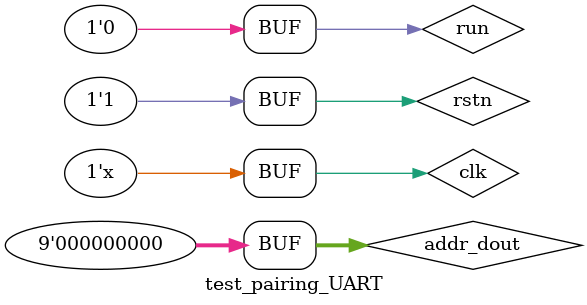
<source format=sv>
`timescale 1ns / 1ps


module test_pairing_UART;
    localparam 
        CYCLE = 10,
        DELAY = 2,
        N_DATA = 1000000;

    reg clk, rstn, run;
    reg [8:0] addr_dout;
    wire dout;

    TOP_test DUT(.default_sysclk1_300_clk_n(!clk), .default_sysclk1_300_clk_p(clk), .CPU_RESET(!rstn), .USB_UART_TX(run), .addr(addr_dout), .USB_UART_RX(dout));

    always begin
        #(CYCLE/2) clk <= ~clk;
    end
    
    /*-------------------------------------------
    Test
    -------------------------------------------*/
    initial begin
        clk <= 1;
        rstn <= 1;
        run <= 0;
        addr_dout <= 0;
        #1000
        rstn <= 0;
        #100
        rstn <= 1;
        run <= 1;
        #(CYCLE);
        run <= 0;
        #10000;
        addr_dout <= 8'hf0;
        #100;
        addr_dout <= 8'h00;

    end
endmodule


</source>
